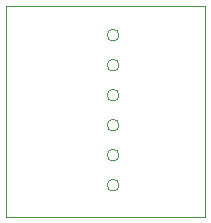
<source format=gbr>
%TF.GenerationSoftware,KiCad,Pcbnew,7.0.5-0*%
%TF.CreationDate,2024-06-02T16:21:41-07:00*%
%TF.ProjectId,PE42424A,50453432-3432-4344-912e-6b696361645f,rev?*%
%TF.SameCoordinates,Original*%
%TF.FileFunction,Profile,NP*%
%FSLAX46Y46*%
G04 Gerber Fmt 4.6, Leading zero omitted, Abs format (unit mm)*
G04 Created by KiCad (PCBNEW 7.0.5-0) date 2024-06-02 16:21:41*
%MOMM*%
%LPD*%
G01*
G04 APERTURE LIST*
%TA.AperFunction,Profile*%
%ADD10C,0.100000*%
%TD*%
%TA.AperFunction,Profile*%
%ADD11C,0.010000*%
%TD*%
G04 APERTURE END LIST*
D10*
X102400000Y-67700000D02*
X119300000Y-67700000D01*
X119300000Y-85600000D01*
X102400000Y-85600000D01*
X102400000Y-67700000D01*
D11*
X112000000Y-80360000D02*
G75*
G03*
X112000000Y-80360000I-500000J0D01*
G01*
X112000000Y-72740000D02*
G75*
G03*
X112000000Y-72740000I-500000J0D01*
G01*
X112000000Y-82900000D02*
G75*
G03*
X112000000Y-82900000I-500000J0D01*
G01*
X112000000Y-70200000D02*
G75*
G03*
X112000000Y-70200000I-500000J0D01*
G01*
X112000000Y-77820000D02*
G75*
G03*
X112000000Y-77820000I-500000J0D01*
G01*
X112000000Y-75280000D02*
G75*
G03*
X112000000Y-75280000I-500000J0D01*
G01*
M02*

</source>
